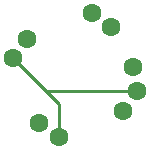
<source format=gbl>
%TF.GenerationSoftware,KiCad,Pcbnew,7.0.5*%
%TF.CreationDate,2023-06-18T14:48:43+02:00*%
%TF.ProjectId,LH_RKJXM1015004_thumb,4c485f52-4b4a-4584-9d31-303135303034,rev?*%
%TF.SameCoordinates,Original*%
%TF.FileFunction,Copper,L2,Bot*%
%TF.FilePolarity,Positive*%
%FSLAX46Y46*%
G04 Gerber Fmt 4.6, Leading zero omitted, Abs format (unit mm)*
G04 Created by KiCad (PCBNEW 7.0.5) date 2023-06-18 14:48:43*
%MOMM*%
%LPD*%
G01*
G04 APERTURE LIST*
%TA.AperFunction,ComponentPad*%
%ADD10C,1.600000*%
%TD*%
%TA.AperFunction,Conductor*%
%ADD11C,0.250000*%
%TD*%
G04 APERTURE END LIST*
D10*
X80908109Y-37849641D03*
X81259342Y-39900649D03*
X74599351Y-43759342D03*
X70740658Y-37099351D03*
X77400649Y-33240658D03*
X72966385Y-42537286D03*
X71962714Y-35466385D03*
X79033615Y-34462714D03*
X80037286Y-41533615D03*
D11*
X74599351Y-40958044D02*
X73541956Y-39900649D01*
X74599351Y-43759342D02*
X74599351Y-40958044D01*
X73541956Y-39900649D02*
X70740658Y-37099351D01*
X81259342Y-39900649D02*
X73541956Y-39900649D01*
M02*

</source>
